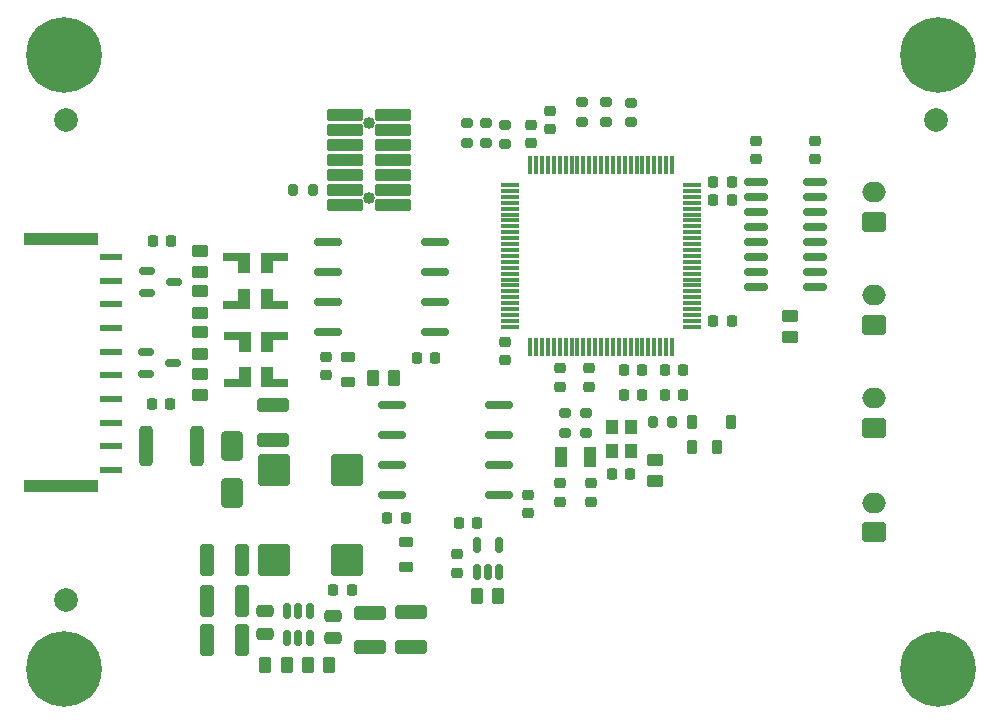
<source format=gbr>
%TF.GenerationSoftware,KiCad,Pcbnew,8.0.6*%
%TF.CreationDate,2024-11-04T12:53:02+02:00*%
%TF.ProjectId,PionController,50696f6e-436f-46e7-9472-6f6c6c65722e,rev?*%
%TF.SameCoordinates,Original*%
%TF.FileFunction,Soldermask,Top*%
%TF.FilePolarity,Negative*%
%FSLAX46Y46*%
G04 Gerber Fmt 4.6, Leading zero omitted, Abs format (unit mm)*
G04 Created by KiCad (PCBNEW 8.0.6) date 2024-11-04 12:53:02*
%MOMM*%
%LPD*%
G01*
G04 APERTURE LIST*
G04 Aperture macros list*
%AMRoundRect*
0 Rectangle with rounded corners*
0 $1 Rounding radius*
0 $2 $3 $4 $5 $6 $7 $8 $9 X,Y pos of 4 corners*
0 Add a 4 corners polygon primitive as box body*
4,1,4,$2,$3,$4,$5,$6,$7,$8,$9,$2,$3,0*
0 Add four circle primitives for the rounded corners*
1,1,$1+$1,$2,$3*
1,1,$1+$1,$4,$5*
1,1,$1+$1,$6,$7*
1,1,$1+$1,$8,$9*
0 Add four rect primitives between the rounded corners*
20,1,$1+$1,$2,$3,$4,$5,0*
20,1,$1+$1,$4,$5,$6,$7,0*
20,1,$1+$1,$6,$7,$8,$9,0*
20,1,$1+$1,$8,$9,$2,$3,0*%
%AMFreePoly0*
4,1,8,0.500000,-0.850000,-0.500000,-0.850000,-1.800000,-0.850000,-1.800000,-0.150000,-0.500000,-0.150000,-0.500000,0.850000,0.500000,0.850000,0.500000,-0.850000,0.500000,-0.850000,$1*%
%AMFreePoly1*
4,1,7,0.500000,-0.150000,1.800000,-0.150000,1.800000,-0.850000,-0.500000,-0.850000,-0.500000,0.850000,0.500000,0.850000,0.500000,-0.150000,0.500000,-0.150000,$1*%
G04 Aperture macros list end*
%ADD10RoundRect,0.225000X-0.225000X-0.250000X0.225000X-0.250000X0.225000X0.250000X-0.225000X0.250000X0*%
%ADD11RoundRect,0.250000X-0.475000X0.250000X-0.475000X-0.250000X0.475000X-0.250000X0.475000X0.250000X0*%
%ADD12RoundRect,0.150000X0.150000X-0.512500X0.150000X0.512500X-0.150000X0.512500X-0.150000X-0.512500X0*%
%ADD13RoundRect,0.200000X0.200000X0.275000X-0.200000X0.275000X-0.200000X-0.275000X0.200000X-0.275000X0*%
%ADD14RoundRect,0.250000X-0.650000X1.000000X-0.650000X-1.000000X0.650000X-1.000000X0.650000X1.000000X0*%
%ADD15C,0.800000*%
%ADD16C,6.400000*%
%ADD17RoundRect,0.225000X0.225000X0.250000X-0.225000X0.250000X-0.225000X-0.250000X0.225000X-0.250000X0*%
%ADD18FreePoly0,180.000000*%
%ADD19FreePoly1,180.000000*%
%ADD20FreePoly0,0.000000*%
%ADD21FreePoly1,0.000000*%
%ADD22RoundRect,0.162500X1.012500X0.162500X-1.012500X0.162500X-1.012500X-0.162500X1.012500X-0.162500X0*%
%ADD23RoundRect,0.250000X0.325000X1.100000X-0.325000X1.100000X-0.325000X-1.100000X0.325000X-1.100000X0*%
%ADD24RoundRect,0.218750X-0.381250X0.218750X-0.381250X-0.218750X0.381250X-0.218750X0.381250X0.218750X0*%
%ADD25R,1.900000X0.550000*%
%ADD26R,6.300000X1.050000*%
%ADD27RoundRect,0.200000X0.275000X-0.200000X0.275000X0.200000X-0.275000X0.200000X-0.275000X-0.200000X0*%
%ADD28RoundRect,0.250000X-0.262500X-0.450000X0.262500X-0.450000X0.262500X0.450000X-0.262500X0.450000X0*%
%ADD29RoundRect,0.150000X-0.150000X0.512500X-0.150000X-0.512500X0.150000X-0.512500X0.150000X0.512500X0*%
%ADD30RoundRect,0.250000X0.450000X-0.262500X0.450000X0.262500X-0.450000X0.262500X-0.450000X-0.262500X0*%
%ADD31RoundRect,0.225000X-0.250000X0.225000X-0.250000X-0.225000X0.250000X-0.225000X0.250000X0.225000X0*%
%ADD32C,2.000000*%
%ADD33RoundRect,0.250000X-0.450000X0.262500X-0.450000X-0.262500X0.450000X-0.262500X0.450000X0.262500X0*%
%ADD34RoundRect,0.250000X1.100000X-0.325000X1.100000X0.325000X-1.100000X0.325000X-1.100000X-0.325000X0*%
%ADD35RoundRect,0.250000X0.750000X-0.600000X0.750000X0.600000X-0.750000X0.600000X-0.750000X-0.600000X0*%
%ADD36O,2.000000X1.700000*%
%ADD37RoundRect,0.250000X-1.100000X0.325000X-1.100000X-0.325000X1.100000X-0.325000X1.100000X0.325000X0*%
%ADD38RoundRect,0.200000X-0.275000X0.200000X-0.275000X-0.200000X0.275000X-0.200000X0.275000X0.200000X0*%
%ADD39R,1.100000X1.300000*%
%ADD40RoundRect,0.218750X-0.218750X-0.256250X0.218750X-0.256250X0.218750X0.256250X-0.218750X0.256250X0*%
%ADD41RoundRect,0.225000X0.225000X0.375000X-0.225000X0.375000X-0.225000X-0.375000X0.225000X-0.375000X0*%
%ADD42RoundRect,0.225000X0.250000X-0.225000X0.250000X0.225000X-0.250000X0.225000X-0.250000X-0.225000X0*%
%ADD43RoundRect,0.250000X0.475000X-0.250000X0.475000X0.250000X-0.475000X0.250000X-0.475000X-0.250000X0*%
%ADD44RoundRect,0.075000X0.075000X-0.725000X0.075000X0.725000X-0.075000X0.725000X-0.075000X-0.725000X0*%
%ADD45RoundRect,0.075000X0.725000X-0.075000X0.725000X0.075000X-0.725000X0.075000X-0.725000X-0.075000X0*%
%ADD46RoundRect,0.150000X-0.825000X-0.150000X0.825000X-0.150000X0.825000X0.150000X-0.825000X0.150000X0*%
%ADD47RoundRect,0.218750X0.218750X0.381250X-0.218750X0.381250X-0.218750X-0.381250X0.218750X-0.381250X0*%
%ADD48RoundRect,0.250000X-0.312500X-1.450000X0.312500X-1.450000X0.312500X1.450000X-0.312500X1.450000X0*%
%ADD49RoundRect,0.250000X0.262500X0.450000X-0.262500X0.450000X-0.262500X-0.450000X0.262500X-0.450000X0*%
%ADD50C,1.020000*%
%ADD51RoundRect,0.102000X-1.395000X0.370000X-1.395000X-0.370000X1.395000X-0.370000X1.395000X0.370000X0*%
%ADD52RoundRect,0.150000X-0.512500X-0.150000X0.512500X-0.150000X0.512500X0.150000X-0.512500X0.150000X0*%
%ADD53R,1.000000X1.800000*%
%ADD54RoundRect,0.250000X1.100000X-1.100000X1.100000X1.100000X-1.100000X1.100000X-1.100000X-1.100000X0*%
G04 APERTURE END LIST*
D10*
%TO.C,C13*%
X154876200Y-99491800D03*
X156426200Y-99491800D03*
%TD*%
D11*
%TO.C,C5*%
X120989200Y-117764800D03*
X120989200Y-119664800D03*
%TD*%
D12*
%TO.C,U2*%
X138953200Y-114472300D03*
X139903200Y-114472300D03*
X140853200Y-114472300D03*
X140853200Y-112197300D03*
X138953200Y-112197300D03*
%TD*%
D13*
%TO.C,R9*%
X125065000Y-82120000D03*
X123415000Y-82120000D03*
%TD*%
D14*
%TO.C,D1*%
X118225000Y-103790000D03*
X118225000Y-107790000D03*
%TD*%
D15*
%TO.C,H3*%
X175600000Y-122649999D03*
X176302944Y-120952943D03*
X176302944Y-124347055D03*
X178000000Y-120249999D03*
D16*
X178000000Y-122649999D03*
D15*
X178000000Y-125049999D03*
X179697056Y-120952943D03*
X179697056Y-124347055D03*
X180400000Y-122649999D03*
%TD*%
D17*
%TO.C,C29*%
X135445800Y-96291400D03*
X133895800Y-96291400D03*
%TD*%
D18*
%TO.C,CMC2*%
X121219000Y-94943800D03*
D19*
X119319000Y-94943800D03*
D20*
X119319000Y-97943800D03*
D21*
X121219000Y-97943800D03*
%TD*%
D22*
%TO.C,U5*%
X135436600Y-94092400D03*
X135436600Y-91552400D03*
X135436600Y-89012400D03*
X135436600Y-86472400D03*
X126386600Y-86472400D03*
X126386600Y-89012400D03*
X126386600Y-91552400D03*
X126386600Y-94092400D03*
%TD*%
D23*
%TO.C,C3*%
X119064200Y-113414800D03*
X116114200Y-113414800D03*
%TD*%
D24*
%TO.C,FB3*%
X128040000Y-96227500D03*
X128040000Y-98352500D03*
%TD*%
D25*
%TO.C,J2*%
X107950000Y-105790000D03*
X107950000Y-103790000D03*
X107950000Y-101790000D03*
X107950000Y-99790000D03*
X107950000Y-97790000D03*
X107950000Y-95790000D03*
X107950000Y-93790000D03*
X107950000Y-91790000D03*
X107950000Y-89790000D03*
X107950000Y-87790000D03*
D26*
X103750000Y-107150000D03*
X103750000Y-86250000D03*
%TD*%
D27*
%TO.C,R6*%
X148158200Y-102653600D03*
X148158200Y-101003600D03*
%TD*%
D28*
%TO.C,R8*%
X130127500Y-98050000D03*
X131952500Y-98050000D03*
%TD*%
D10*
%TO.C,C10*%
X137426400Y-110286800D03*
X138976400Y-110286800D03*
%TD*%
D29*
%TO.C,U1*%
X124789200Y-117777300D03*
X123839200Y-117777300D03*
X122889200Y-117777300D03*
X122889200Y-120052300D03*
X123839200Y-120052300D03*
X124789200Y-120052300D03*
%TD*%
D30*
%TO.C,R19*%
X115500000Y-89050000D03*
X115500000Y-87225000D03*
%TD*%
D31*
%TO.C,C25*%
X145110000Y-75395000D03*
X145110000Y-76945000D03*
%TD*%
D18*
%TO.C,CMC3*%
X121150000Y-88289000D03*
D19*
X119250000Y-88289000D03*
D20*
X119250000Y-91289000D03*
D21*
X121150000Y-91289000D03*
%TD*%
D32*
%TO.C,FID2*%
X177800000Y-76200000D03*
%TD*%
D33*
%TO.C,R7*%
X154051000Y-104929300D03*
X154051000Y-106754300D03*
%TD*%
D34*
%TO.C,C1*%
X121739200Y-103239800D03*
X121739200Y-100289800D03*
%TD*%
D13*
%TO.C,R4*%
X155485600Y-101727000D03*
X153835600Y-101727000D03*
%TD*%
D35*
%TO.C,J5*%
X172567600Y-102235000D03*
D36*
X172567600Y-99735000D03*
%TD*%
D37*
%TO.C,C8*%
X133420000Y-117845000D03*
X133420000Y-120795000D03*
%TD*%
D38*
%TO.C,R10*%
X147878800Y-74663800D03*
X147878800Y-76313800D03*
%TD*%
D39*
%TO.C,X1*%
X152031200Y-104224800D03*
X152031200Y-102124800D03*
X150381200Y-102124800D03*
X150381200Y-104224800D03*
%TD*%
D23*
%TO.C,C2*%
X119093200Y-120222800D03*
X116143200Y-120222800D03*
%TD*%
D38*
%TO.C,R12*%
X138125200Y-76467200D03*
X138125200Y-78117200D03*
%TD*%
D40*
%TO.C,L1*%
X126801700Y-115927300D03*
X128376700Y-115927300D03*
%TD*%
D41*
%TO.C,D2*%
X160501600Y-101727000D03*
X157201600Y-101727000D03*
%TD*%
D24*
%TO.C,FB2*%
X132943600Y-111865900D03*
X132943600Y-113990900D03*
%TD*%
D42*
%TO.C,C23*%
X141300200Y-96482200D03*
X141300200Y-94932200D03*
%TD*%
D43*
%TO.C,C6*%
X126789200Y-120052300D03*
X126789200Y-118152300D03*
%TD*%
D15*
%TO.C,H1*%
X101600000Y-70649999D03*
X102302944Y-68952943D03*
X102302944Y-72347055D03*
X104000000Y-68249999D03*
D16*
X104000000Y-70649999D03*
D15*
X104000000Y-73049999D03*
X105697056Y-68952943D03*
X105697056Y-72347055D03*
X106400000Y-70649999D03*
%TD*%
D32*
%TO.C,FID2*%
X104140000Y-116840000D03*
%TD*%
D33*
%TO.C,R18*%
X115500000Y-90687500D03*
X115500000Y-92512500D03*
%TD*%
D38*
%TO.C,R14*%
X149860000Y-74663800D03*
X149860000Y-76313800D03*
%TD*%
D31*
%TO.C,C9*%
X137290700Y-112934800D03*
X137290700Y-114484800D03*
%TD*%
%TO.C,C20*%
X145973800Y-97192800D03*
X145973800Y-98742800D03*
%TD*%
D42*
%TO.C,C32*%
X162610800Y-79489600D03*
X162610800Y-77939600D03*
%TD*%
D31*
%TO.C,C21*%
X148463000Y-97192800D03*
X148463000Y-98742800D03*
%TD*%
D23*
%TO.C,C4*%
X119064200Y-116864800D03*
X116114200Y-116864800D03*
%TD*%
D44*
%TO.C,U3*%
X143479000Y-95355800D03*
X143979000Y-95355800D03*
X144479000Y-95355800D03*
X144979000Y-95355800D03*
X145479000Y-95355800D03*
X145979000Y-95355800D03*
X146479000Y-95355800D03*
X146979000Y-95355800D03*
X147479000Y-95355800D03*
X147979000Y-95355800D03*
X148479000Y-95355800D03*
X148979000Y-95355800D03*
X149479000Y-95355800D03*
X149979000Y-95355800D03*
X150479000Y-95355800D03*
X150979000Y-95355800D03*
X151479000Y-95355800D03*
X151979000Y-95355800D03*
X152479000Y-95355800D03*
X152979000Y-95355800D03*
X153479000Y-95355800D03*
X153979000Y-95355800D03*
X154479000Y-95355800D03*
X154979000Y-95355800D03*
X155479000Y-95355800D03*
D45*
X157154000Y-93680800D03*
X157154000Y-93180800D03*
X157154000Y-92680800D03*
X157154000Y-92180800D03*
X157154000Y-91680800D03*
X157154000Y-91180800D03*
X157154000Y-90680800D03*
X157154000Y-90180800D03*
X157154000Y-89680800D03*
X157154000Y-89180800D03*
X157154000Y-88680800D03*
X157154000Y-88180800D03*
X157154000Y-87680800D03*
X157154000Y-87180800D03*
X157154000Y-86680800D03*
X157154000Y-86180800D03*
X157154000Y-85680800D03*
X157154000Y-85180800D03*
X157154000Y-84680800D03*
X157154000Y-84180800D03*
X157154000Y-83680800D03*
X157154000Y-83180800D03*
X157154000Y-82680800D03*
X157154000Y-82180800D03*
X157154000Y-81680800D03*
D44*
X155479000Y-80005800D03*
X154979000Y-80005800D03*
X154479000Y-80005800D03*
X153979000Y-80005800D03*
X153479000Y-80005800D03*
X152979000Y-80005800D03*
X152479000Y-80005800D03*
X151979000Y-80005800D03*
X151479000Y-80005800D03*
X150979000Y-80005800D03*
X150479000Y-80005800D03*
X149979000Y-80005800D03*
X149479000Y-80005800D03*
X148979000Y-80005800D03*
X148479000Y-80005800D03*
X147979000Y-80005800D03*
X147479000Y-80005800D03*
X146979000Y-80005800D03*
X146479000Y-80005800D03*
X145979000Y-80005800D03*
X145479000Y-80005800D03*
X144979000Y-80005800D03*
X144479000Y-80005800D03*
X143979000Y-80005800D03*
X143479000Y-80005800D03*
D45*
X141804000Y-81680800D03*
X141804000Y-82180800D03*
X141804000Y-82680800D03*
X141804000Y-83180800D03*
X141804000Y-83680800D03*
X141804000Y-84180800D03*
X141804000Y-84680800D03*
X141804000Y-85180800D03*
X141804000Y-85680800D03*
X141804000Y-86180800D03*
X141804000Y-86680800D03*
X141804000Y-87180800D03*
X141804000Y-87680800D03*
X141804000Y-88180800D03*
X141804000Y-88680800D03*
X141804000Y-89180800D03*
X141804000Y-89680800D03*
X141804000Y-90180800D03*
X141804000Y-90680800D03*
X141804000Y-91180800D03*
X141804000Y-91680800D03*
X141804000Y-92180800D03*
X141804000Y-92680800D03*
X141804000Y-93180800D03*
X141804000Y-93680800D03*
%TD*%
D10*
%TO.C,C11*%
X151421800Y-99491800D03*
X152971800Y-99491800D03*
%TD*%
D38*
%TO.C,R13*%
X141300200Y-76568800D03*
X141300200Y-78218800D03*
%TD*%
D32*
%TO.C,FID2*%
X104140000Y-76200000D03*
%TD*%
D15*
%TO.C,H4*%
X101600000Y-122649999D03*
X102302944Y-120952943D03*
X102302944Y-124347055D03*
X104000000Y-120249999D03*
D16*
X104000000Y-122649999D03*
D15*
X104000000Y-125049999D03*
X105697056Y-120952943D03*
X105697056Y-124347055D03*
X106400000Y-122649999D03*
%TD*%
D17*
%TO.C,C12*%
X152971800Y-97307400D03*
X151421800Y-97307400D03*
%TD*%
D42*
%TO.C,C19*%
X143510000Y-78143400D03*
X143510000Y-76593400D03*
%TD*%
D35*
%TO.C,J3*%
X172567600Y-84785200D03*
D36*
X172567600Y-82285200D03*
%TD*%
D46*
%TO.C,U6*%
X162599600Y-81415800D03*
X162599600Y-82685800D03*
X162599600Y-83955800D03*
X162599600Y-85225800D03*
X162599600Y-86495800D03*
X162599600Y-87765800D03*
X162599600Y-89035800D03*
X162599600Y-90305800D03*
X167549600Y-90305800D03*
X167549600Y-89035800D03*
X167549600Y-87765800D03*
X167549600Y-86495800D03*
X167549600Y-85225800D03*
X167549600Y-83955800D03*
X167549600Y-82685800D03*
X167549600Y-81415800D03*
%TD*%
D31*
%TO.C,C26*%
X143281400Y-107911600D03*
X143281400Y-109461600D03*
%TD*%
D47*
%TO.C,FB1*%
X159329900Y-103825400D03*
X157204900Y-103825400D03*
%TD*%
D35*
%TO.C,J6*%
X172563200Y-111094200D03*
D36*
X172563200Y-108594200D03*
%TD*%
D31*
%TO.C,C33*%
X167563800Y-77965000D03*
X167563800Y-79515000D03*
%TD*%
%TO.C,C30*%
X126161800Y-96227600D03*
X126161800Y-97777600D03*
%TD*%
D17*
%TO.C,C24*%
X160541000Y-82936600D03*
X158991000Y-82936600D03*
%TD*%
%TO.C,C17*%
X151930400Y-106121200D03*
X150380400Y-106121200D03*
%TD*%
D28*
%TO.C,R3*%
X138965300Y-116472300D03*
X140790300Y-116472300D03*
%TD*%
D27*
%TO.C,R5*%
X146380200Y-102653600D03*
X146380200Y-101003600D03*
%TD*%
D17*
%TO.C,C27*%
X132931200Y-109905800D03*
X131381200Y-109905800D03*
%TD*%
D22*
%TO.C,U4*%
X140846800Y-107899200D03*
X140846800Y-105359200D03*
X140846800Y-102819200D03*
X140846800Y-100279200D03*
X131796800Y-100279200D03*
X131796800Y-102819200D03*
X131796800Y-105359200D03*
X131796800Y-107899200D03*
%TD*%
D48*
%TO.C,F1*%
X110950000Y-103790000D03*
X115225000Y-103790000D03*
%TD*%
D42*
%TO.C,C15*%
X146024600Y-108496400D03*
X146024600Y-106946400D03*
%TD*%
D49*
%TO.C,R1*%
X126464700Y-122275600D03*
X124639700Y-122275600D03*
%TD*%
D35*
%TO.C,J4*%
X172567600Y-93522800D03*
D36*
X172567600Y-91022800D03*
%TD*%
D38*
%TO.C,R11*%
X139700000Y-76467200D03*
X139700000Y-78117200D03*
%TD*%
D33*
%TO.C,R16*%
X115500000Y-97650000D03*
X115500000Y-99475000D03*
%TD*%
%TO.C,R20*%
X165481000Y-92737300D03*
X165481000Y-94562300D03*
%TD*%
D50*
%TO.C,J1*%
X129810000Y-76405000D03*
X129810000Y-82755000D03*
D51*
X127775000Y-75770000D03*
X131845000Y-75770000D03*
X127775000Y-77040000D03*
X131845000Y-77040000D03*
X127775000Y-78310000D03*
X131845000Y-78310000D03*
X127775000Y-79580000D03*
X131845000Y-79580000D03*
X127775000Y-80850000D03*
X131845000Y-80850000D03*
X127775000Y-82120000D03*
X131845000Y-82120000D03*
X127775000Y-83390000D03*
X131845000Y-83390000D03*
%TD*%
D49*
%TO.C,R2*%
X122883300Y-122275600D03*
X121058300Y-122275600D03*
%TD*%
D30*
%TO.C,R17*%
X115500000Y-95975000D03*
X115500000Y-94150000D03*
%TD*%
D15*
%TO.C,H2*%
X175600000Y-70649999D03*
X176302944Y-68952943D03*
X176302944Y-72347055D03*
X178000000Y-68249999D03*
D16*
X178000000Y-70649999D03*
D15*
X178000000Y-73049999D03*
X179697056Y-68952943D03*
X179697056Y-72347055D03*
X180400000Y-70649999D03*
%TD*%
D38*
%TO.C,R15*%
X152044400Y-74714600D03*
X152044400Y-76364600D03*
%TD*%
D52*
%TO.C,ESD1*%
X110950000Y-95790000D03*
X110950000Y-97690000D03*
X113225000Y-96740000D03*
%TD*%
D53*
%TO.C,X2*%
X148544600Y-104724200D03*
X146044600Y-104724200D03*
%TD*%
D17*
%TO.C,C31*%
X113075000Y-86400000D03*
X111525000Y-86400000D03*
%TD*%
D10*
%TO.C,C18*%
X158991000Y-93192600D03*
X160541000Y-93192600D03*
%TD*%
D54*
%TO.C,CMC1*%
X127989200Y-105814800D03*
X121789200Y-105814800D03*
X121789200Y-113414800D03*
X127989200Y-113414800D03*
%TD*%
D10*
%TO.C,C22*%
X158991000Y-81432400D03*
X160541000Y-81432400D03*
%TD*%
D52*
%TO.C,ESD2*%
X111025000Y-88950000D03*
X111025000Y-90850000D03*
X113300000Y-89900000D03*
%TD*%
D17*
%TO.C,C28*%
X112975000Y-100225000D03*
X111425000Y-100225000D03*
%TD*%
%TO.C,C14*%
X156426200Y-97307400D03*
X154876200Y-97307400D03*
%TD*%
D42*
%TO.C,C16*%
X148590000Y-108496400D03*
X148590000Y-106946400D03*
%TD*%
D37*
%TO.C,C7*%
X129940200Y-117870400D03*
X129940200Y-120820400D03*
%TD*%
M02*

</source>
